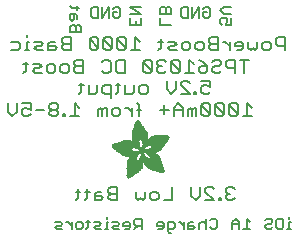
<source format=gbr>
G04 EAGLE Gerber RS-274X export*
G75*
%MOMM*%
%FSLAX34Y34*%
%LPD*%
%INSilkscreen Bottom*%
%IPPOS*%
%AMOC8*
5,1,8,0,0,1.08239X$1,22.5*%
G01*
%ADD10C,0.152400*%
%ADD11C,0.127000*%
%ADD12R,0.068600X0.007600*%
%ADD13R,0.114300X0.007600*%
%ADD14R,0.152400X0.007700*%
%ADD15R,0.182900X0.007600*%
%ADD16R,0.205700X0.007600*%
%ADD17R,0.228600X0.007600*%
%ADD18R,0.259100X0.007600*%
%ADD19R,0.274300X0.007700*%
%ADD20R,0.289500X0.007600*%
%ADD21R,0.304800X0.007600*%
%ADD22R,0.320100X0.007600*%
%ADD23R,0.342900X0.007600*%
%ADD24R,0.350500X0.007700*%
%ADD25R,0.365800X0.007600*%
%ADD26R,0.381000X0.007600*%
%ADD27R,0.388600X0.007600*%
%ADD28R,0.403800X0.007600*%
%ADD29R,0.419100X0.007700*%
%ADD30R,0.426700X0.007600*%
%ADD31R,0.441900X0.007600*%
%ADD32R,0.449600X0.007600*%
%ADD33R,0.464800X0.007600*%
%ADD34R,0.480000X0.007700*%
%ADD35R,0.487600X0.007600*%
%ADD36R,0.495300X0.007600*%
%ADD37R,0.510500X0.007600*%
%ADD38R,0.518100X0.007600*%
%ADD39R,0.525700X0.007700*%
%ADD40R,0.541000X0.007600*%
%ADD41R,0.548600X0.007600*%
%ADD42R,0.563800X0.007600*%
%ADD43R,0.571500X0.007600*%
%ADD44R,0.579100X0.007700*%
%ADD45R,0.594300X0.007600*%
%ADD46R,0.601900X0.007600*%
%ADD47R,0.609600X0.007600*%
%ADD48R,0.624800X0.007600*%
%ADD49R,0.632400X0.007700*%
%ADD50R,0.640000X0.007600*%
%ADD51R,0.655300X0.007600*%
%ADD52R,0.662900X0.007600*%
%ADD53R,0.678100X0.007600*%
%ADD54R,0.685800X0.007700*%
%ADD55R,0.693400X0.007600*%
%ADD56R,0.708600X0.007600*%
%ADD57R,0.716200X0.007600*%
%ADD58R,0.723900X0.007600*%
%ADD59R,0.739100X0.007700*%
%ADD60R,0.746700X0.007600*%
%ADD61R,0.754300X0.007600*%
%ADD62R,0.769600X0.007600*%
%ADD63R,0.777200X0.007600*%
%ADD64R,0.792400X0.007700*%
%ADD65R,0.800100X0.007600*%
%ADD66R,0.807700X0.007600*%
%ADD67R,0.822900X0.007600*%
%ADD68R,0.830500X0.007600*%
%ADD69R,0.838200X0.007700*%
%ADD70R,0.091500X0.007600*%
%ADD71R,0.853400X0.007600*%
%ADD72R,0.144700X0.007600*%
%ADD73R,0.861000X0.007600*%
%ADD74R,0.190500X0.007600*%
%ADD75R,0.876300X0.007600*%
%ADD76R,0.221000X0.007600*%
%ADD77R,0.883900X0.007600*%
%ADD78R,0.259000X0.007700*%
%ADD79R,0.891500X0.007700*%
%ADD80R,0.289600X0.007600*%
%ADD81R,0.906700X0.007600*%
%ADD82R,0.914400X0.007600*%
%ADD83R,0.350500X0.007600*%
%ADD84R,0.922000X0.007600*%
%ADD85R,0.937200X0.007600*%
%ADD86R,0.411400X0.007700*%
%ADD87R,0.944800X0.007700*%
%ADD88R,0.434300X0.007600*%
%ADD89R,0.952500X0.007600*%
%ADD90R,0.464900X0.007600*%
%ADD91R,0.967700X0.007600*%
%ADD92R,0.975300X0.007600*%
%ADD93R,0.518200X0.007600*%
%ADD94R,0.990600X0.007600*%
%ADD95R,0.548600X0.007700*%
%ADD96R,0.998200X0.007700*%
%ADD97R,1.005800X0.007600*%
%ADD98R,0.594400X0.007600*%
%ADD99R,1.021000X0.007600*%
%ADD100R,0.617200X0.007600*%
%ADD101R,1.028700X0.007600*%
%ADD102R,0.647700X0.007600*%
%ADD103R,1.036300X0.007600*%
%ADD104R,0.670500X0.007700*%
%ADD105R,1.051500X0.007700*%
%ADD106R,1.059100X0.007600*%
%ADD107R,0.716300X0.007600*%
%ADD108R,1.066800X0.007600*%
%ADD109R,0.739100X0.007600*%
%ADD110R,1.074400X0.007600*%
%ADD111R,0.762000X0.007600*%
%ADD112R,1.089600X0.007600*%
%ADD113R,0.784800X0.007700*%
%ADD114R,1.097200X0.007700*%
%ADD115R,1.104900X0.007600*%
%ADD116R,0.830600X0.007600*%
%ADD117R,1.112500X0.007600*%
%ADD118R,0.845800X0.007600*%
%ADD119R,1.120100X0.007600*%
%ADD120R,0.868700X0.007600*%
%ADD121R,1.127700X0.007600*%
%ADD122R,1.135300X0.007700*%
%ADD123R,1.143000X0.007600*%
%ADD124R,0.944900X0.007600*%
%ADD125R,1.150600X0.007600*%
%ADD126R,0.960100X0.007600*%
%ADD127R,1.158200X0.007600*%
%ADD128R,0.983000X0.007600*%
%ADD129R,1.165800X0.007600*%
%ADD130R,1.005900X0.007700*%
%ADD131R,1.173400X0.007700*%
%ADD132R,1.021100X0.007600*%
%ADD133R,1.181100X0.007600*%
%ADD134R,1.044000X0.007600*%
%ADD135R,1.188700X0.007600*%
%ADD136R,1.196300X0.007600*%
%ADD137R,1.082000X0.007600*%
%ADD138R,1.203900X0.007600*%
%ADD139R,1.104900X0.007700*%
%ADD140R,1.211500X0.007700*%
%ADD141R,1.211500X0.007600*%
%ADD142R,1.219200X0.007600*%
%ADD143R,1.226800X0.007600*%
%ADD144R,1.234400X0.007600*%
%ADD145R,1.188700X0.007700*%
%ADD146R,1.242000X0.007700*%
%ADD147R,1.242000X0.007600*%
%ADD148R,1.211600X0.007600*%
%ADD149R,1.249600X0.007600*%
%ADD150R,1.257300X0.007600*%
%ADD151R,1.264900X0.007600*%
%ADD152R,1.242100X0.007700*%
%ADD153R,1.264900X0.007700*%
%ADD154R,1.272500X0.007600*%
%ADD155R,1.265000X0.007600*%
%ADD156R,1.280100X0.007600*%
%ADD157R,1.272600X0.007600*%
%ADD158R,1.287700X0.007600*%
%ADD159R,1.287800X0.007600*%
%ADD160R,1.295400X0.007700*%
%ADD161R,1.303000X0.007600*%
%ADD162R,1.318200X0.007600*%
%ADD163R,1.310600X0.007600*%
%ADD164R,1.325900X0.007600*%
%ADD165R,1.341100X0.007700*%
%ADD166R,1.318200X0.007700*%
%ADD167R,1.341100X0.007600*%
%ADD168R,1.325800X0.007600*%
%ADD169R,1.348700X0.007600*%
%ADD170R,1.364000X0.007600*%
%ADD171R,1.333500X0.007600*%
%ADD172R,1.371600X0.007700*%
%ADD173R,1.379200X0.007600*%
%ADD174R,1.379300X0.007600*%
%ADD175R,1.386900X0.007600*%
%ADD176R,1.394500X0.007600*%
%ADD177R,1.356300X0.007600*%
%ADD178R,1.394400X0.007700*%
%ADD179R,1.356300X0.007700*%
%ADD180R,1.402000X0.007600*%
%ADD181R,1.409700X0.007600*%
%ADD182R,1.363900X0.007600*%
%ADD183R,1.417300X0.007600*%
%ADD184R,1.371600X0.007600*%
%ADD185R,1.424900X0.007700*%
%ADD186R,1.424900X0.007600*%
%ADD187R,1.432600X0.007600*%
%ADD188R,1.440200X0.007600*%
%ADD189R,1.386800X0.007600*%
%ADD190R,1.447800X0.007700*%
%ADD191R,1.386800X0.007700*%
%ADD192R,1.447800X0.007600*%
%ADD193R,1.455500X0.007600*%
%ADD194R,1.394400X0.007600*%
%ADD195R,1.463100X0.007600*%
%ADD196R,1.455400X0.007700*%
%ADD197R,1.463000X0.007600*%
%ADD198R,1.470600X0.007600*%
%ADD199R,1.470600X0.007700*%
%ADD200R,1.409700X0.007700*%
%ADD201R,1.470700X0.007600*%
%ADD202R,1.402100X0.007600*%
%ADD203R,1.478300X0.007600*%
%ADD204R,1.478300X0.007700*%
%ADD205R,1.402100X0.007700*%
%ADD206R,1.485900X0.007600*%
%ADD207R,1.485900X0.007700*%
%ADD208R,1.493500X0.007700*%
%ADD209R,1.493500X0.007600*%
%ADD210R,1.394500X0.007700*%
%ADD211R,1.493600X0.007700*%
%ADD212R,1.386900X0.007700*%
%ADD213R,1.379200X0.007700*%
%ADD214R,2.857500X0.007700*%
%ADD215R,2.857500X0.007600*%
%ADD216R,2.849900X0.007600*%
%ADD217R,2.842300X0.007600*%
%ADD218R,2.834700X0.007700*%
%ADD219R,2.827000X0.007600*%
%ADD220R,2.819400X0.007600*%
%ADD221R,2.811800X0.007600*%
%ADD222R,2.811800X0.007700*%
%ADD223R,2.804100X0.007600*%
%ADD224R,2.796500X0.007600*%
%ADD225R,1.966000X0.007600*%
%ADD226R,1.943100X0.007600*%
%ADD227R,0.754400X0.007600*%
%ADD228R,1.927900X0.007700*%
%ADD229R,0.746700X0.007700*%
%ADD230R,1.912600X0.007600*%
%ADD231R,0.731500X0.007600*%
%ADD232R,1.905000X0.007600*%
%ADD233R,1.882200X0.007600*%
%ADD234R,1.874600X0.007600*%
%ADD235R,1.866900X0.007700*%
%ADD236R,0.708700X0.007700*%
%ADD237R,1.851600X0.007600*%
%ADD238R,0.701100X0.007600*%
%ADD239R,1.844000X0.007600*%
%ADD240R,1.836400X0.007600*%
%ADD241R,1.821200X0.007600*%
%ADD242R,0.685800X0.007600*%
%ADD243R,1.813500X0.007700*%
%ADD244R,1.805900X0.007600*%
%ADD245R,0.678200X0.007600*%
%ADD246R,1.790700X0.007600*%
%ADD247R,0.670600X0.007600*%
%ADD248R,1.775500X0.007600*%
%ADD249R,1.767900X0.007700*%
%ADD250R,0.663000X0.007700*%
%ADD251R,1.760200X0.007600*%
%ADD252R,1.752600X0.007600*%
%ADD253R,0.937300X0.007600*%
%ADD254R,0.792500X0.007600*%
%ADD255R,0.899100X0.007600*%
%ADD256R,0.883900X0.007700*%
%ADD257R,0.716300X0.007700*%
%ADD258R,0.647700X0.007700*%
%ADD259R,0.640100X0.007600*%
%ADD260R,0.632500X0.007600*%
%ADD261R,0.655400X0.007600*%
%ADD262R,0.632400X0.007600*%
%ADD263R,0.845800X0.007700*%
%ADD264R,0.617200X0.007700*%
%ADD265R,0.624800X0.007700*%
%ADD266R,0.602000X0.007600*%
%ADD267R,0.838200X0.007600*%
%ADD268R,0.586700X0.007600*%
%ADD269R,0.548700X0.007600*%
%ADD270R,0.830500X0.007700*%
%ADD271R,0.541000X0.007700*%
%ADD272R,0.594300X0.007700*%
%ADD273R,0.525800X0.007600*%
%ADD274R,0.586800X0.007600*%
%ADD275R,0.815300X0.007600*%
%ADD276R,0.579200X0.007600*%
%ADD277R,0.815400X0.007600*%
%ADD278R,0.815400X0.007700*%
%ADD279R,0.571500X0.007700*%
%ADD280R,0.807800X0.007600*%
%ADD281R,0.563900X0.007600*%
%ADD282R,0.457200X0.007600*%
%ADD283R,0.442000X0.007600*%
%ADD284R,0.556300X0.007600*%
%ADD285R,0.807700X0.007700*%
%ADD286R,0.411500X0.007600*%
%ADD287R,0.533400X0.007600*%
%ADD288R,0.076200X0.007600*%
%ADD289R,0.403900X0.007600*%
%ADD290R,0.525700X0.007600*%
%ADD291R,0.388700X0.007600*%
%ADD292R,0.297200X0.007600*%
%ADD293R,0.373400X0.007700*%
%ADD294R,0.503000X0.007700*%
%ADD295R,0.426800X0.007700*%
%ADD296R,0.358100X0.007600*%
%ADD297R,0.502900X0.007600*%
%ADD298R,0.472400X0.007600*%
%ADD299R,0.487700X0.007600*%
%ADD300R,0.335300X0.007600*%
%ADD301R,0.792500X0.007700*%
%ADD302R,0.327600X0.007700*%
%ADD303R,0.472400X0.007700*%
%ADD304R,0.640000X0.007700*%
%ADD305R,0.784800X0.007600*%
%ADD306R,0.320000X0.007600*%
%ADD307R,0.792400X0.007600*%
%ADD308R,1.173400X0.007600*%
%ADD309R,1.196400X0.007600*%
%ADD310R,0.784900X0.007600*%
%ADD311R,0.784900X0.007700*%
%ADD312R,0.297200X0.007700*%
%ADD313R,1.249700X0.007600*%
%ADD314R,0.281900X0.007600*%
%ADD315R,1.295400X0.007600*%
%ADD316R,0.266700X0.007600*%
%ADD317R,0.777300X0.007700*%
%ADD318R,0.266700X0.007700*%
%ADD319R,1.333500X0.007700*%
%ADD320R,0.777300X0.007600*%
%ADD321R,1.348800X0.007600*%
%ADD322R,0.251500X0.007600*%
%ADD323R,0.243900X0.007700*%
%ADD324R,0.243900X0.007600*%
%ADD325R,1.440100X0.007600*%
%ADD326R,0.236200X0.007600*%
%ADD327R,0.762000X0.007700*%
%ADD328R,0.236200X0.007700*%
%ADD329R,1.508700X0.007700*%
%ADD330R,1.531600X0.007600*%
%ADD331R,1.546900X0.007600*%
%ADD332R,1.569700X0.007600*%
%ADD333R,1.585000X0.007600*%
%ADD334R,0.746800X0.007700*%
%ADD335R,1.607800X0.007700*%
%ADD336R,0.243800X0.007600*%
%ADD337R,1.630700X0.007600*%
%ADD338R,1.653500X0.007600*%
%ADD339R,0.739200X0.007600*%
%ADD340R,1.684000X0.007600*%
%ADD341R,2.019300X0.007600*%
%ADD342R,0.731500X0.007700*%
%ADD343R,2.026900X0.007700*%
%ADD344R,2.049800X0.007600*%
%ADD345R,2.057400X0.007600*%
%ADD346R,0.708700X0.007600*%
%ADD347R,2.072600X0.007600*%
%ADD348R,0.701000X0.007600*%
%ADD349R,2.095500X0.007600*%
%ADD350R,0.693500X0.007700*%
%ADD351R,2.110800X0.007700*%
%ADD352R,2.141200X0.007600*%
%ADD353R,0.060900X0.007600*%
%ADD354R,2.872700X0.007600*%
%ADD355R,3.124200X0.007600*%
%ADD356R,3.177600X0.007600*%
%ADD357R,3.215600X0.007700*%
%ADD358R,3.253700X0.007600*%
%ADD359R,3.284300X0.007600*%
%ADD360R,3.314700X0.007600*%
%ADD361R,3.352800X0.007600*%
%ADD362R,3.375600X0.007700*%
%ADD363R,3.406200X0.007600*%
%ADD364R,3.429000X0.007600*%
%ADD365R,3.451800X0.007600*%
%ADD366R,3.482400X0.007600*%
%ADD367R,1.828800X0.007700*%
%ADD368R,1.539300X0.007700*%
%ADD369R,1.767900X0.007600*%
%ADD370R,1.767800X0.007600*%
%ADD371R,1.760200X0.007700*%
%ADD372R,1.760300X0.007600*%
%ADD373R,1.775400X0.007700*%
%ADD374R,1.379300X0.007700*%
%ADD375R,1.783000X0.007600*%
%ADD376R,1.813500X0.007600*%
%ADD377R,1.821100X0.007700*%
%ADD378R,0.503000X0.007600*%
%ADD379R,1.135400X0.007600*%
%ADD380R,1.127700X0.007700*%
%ADD381R,0.487700X0.007700*%
%ADD382R,1.120200X0.007600*%
%ADD383R,1.097300X0.007600*%
%ADD384R,0.510600X0.007600*%
%ADD385R,1.074400X0.007700*%
%ADD386R,0.525800X0.007700*%
%ADD387R,1.440200X0.007700*%
%ADD388R,1.059200X0.007600*%
%ADD389R,1.051600X0.007600*%
%ADD390R,1.051500X0.007600*%
%ADD391R,1.043900X0.007700*%
%ADD392R,0.602000X0.007700*%
%ADD393R,1.524000X0.007600*%
%ADD394R,1.539300X0.007600*%
%ADD395R,1.592600X0.007600*%
%ADD396R,1.021100X0.007700*%
%ADD397R,1.615400X0.007700*%
%ADD398R,1.013400X0.007600*%
%ADD399R,1.653600X0.007600*%
%ADD400R,1.013500X0.007600*%
%ADD401R,1.699300X0.007600*%
%ADD402R,2.743200X0.007600*%
%ADD403R,1.005900X0.007600*%
%ADD404R,2.415500X0.007600*%
%ADD405R,1.005800X0.007700*%
%ADD406R,0.281900X0.007700*%
%ADD407R,2.408000X0.007700*%
%ADD408R,2.407900X0.007600*%
%ADD409R,0.998200X0.007600*%
%ADD410R,0.282000X0.007600*%
%ADD411R,0.998300X0.007600*%
%ADD412R,2.400300X0.007600*%
%ADD413R,0.289500X0.007700*%
%ADD414R,2.400300X0.007700*%
%ADD415R,0.297100X0.007600*%
%ADD416R,0.312400X0.007600*%
%ADD417R,2.392700X0.007600*%
%ADD418R,0.990600X0.007700*%
%ADD419R,0.327700X0.007700*%
%ADD420R,2.392700X0.007700*%
%ADD421R,2.385100X0.007600*%
%ADD422R,0.381000X0.007700*%
%ADD423R,2.377400X0.007700*%
%ADD424R,2.377400X0.007600*%
%ADD425R,2.369800X0.007600*%
%ADD426R,0.419100X0.007600*%
%ADD427R,2.362200X0.007600*%
%ADD428R,0.426800X0.007600*%
%ADD429R,1.036300X0.007700*%
%ADD430R,0.442000X0.007700*%
%ADD431R,2.354600X0.007700*%
%ADD432R,2.354600X0.007600*%
%ADD433R,0.480100X0.007600*%
%ADD434R,2.347000X0.007600*%
%ADD435R,1.074500X0.007600*%
%ADD436R,2.339400X0.007600*%
%ADD437R,1.082100X0.007700*%
%ADD438R,0.548700X0.007700*%
%ADD439R,2.331800X0.007700*%
%ADD440R,2.331800X0.007600*%
%ADD441R,0.624900X0.007600*%
%ADD442R,2.324100X0.007600*%
%ADD443R,1.859300X0.007600*%
%ADD444R,2.308800X0.007600*%
%ADD445R,2.301200X0.007700*%
%ADD446R,2.301200X0.007600*%
%ADD447R,2.293600X0.007600*%
%ADD448R,2.278400X0.007600*%
%ADD449R,1.889800X0.007600*%
%ADD450R,2.270700X0.007600*%
%ADD451R,1.897400X0.007700*%
%ADD452R,2.255500X0.007700*%
%ADD453R,1.897400X0.007600*%
%ADD454R,2.247900X0.007600*%
%ADD455R,2.232600X0.007600*%
%ADD456R,1.912700X0.007600*%
%ADD457R,2.209800X0.007600*%
%ADD458R,1.920300X0.007600*%
%ADD459R,2.186900X0.007600*%
%ADD460R,1.920300X0.007700*%
%ADD461R,2.171700X0.007700*%
%ADD462R,1.935500X0.007600*%
%ADD463R,2.148800X0.007600*%
%ADD464R,2.126000X0.007600*%
%ADD465R,1.950700X0.007600*%
%ADD466R,1.958400X0.007700*%
%ADD467R,2.042200X0.007700*%
%ADD468R,1.973600X0.007600*%
%ADD469R,1.996500X0.007600*%
%ADD470R,1.981200X0.007600*%
%ADD471R,1.988800X0.007600*%
%ADD472R,1.996400X0.007700*%
%ADD473R,1.996400X0.007600*%
%ADD474R,2.004100X0.007600*%
%ADD475R,1.874500X0.007600*%
%ADD476R,1.425000X0.007600*%
%ADD477R,2.026900X0.007600*%
%ADD478R,0.434400X0.007700*%
%ADD479R,1.364000X0.007700*%
%ADD480R,2.034500X0.007600*%
%ADD481R,0.434400X0.007600*%
%ADD482R,2.049700X0.007600*%
%ADD483R,2.065000X0.007700*%
%ADD484R,0.464800X0.007700*%
%ADD485R,1.196300X0.007700*%
%ADD486R,2.080300X0.007600*%
%ADD487R,1.158300X0.007600*%
%ADD488R,2.087900X0.007600*%
%ADD489R,0.472500X0.007600*%
%ADD490R,2.103100X0.007600*%
%ADD491R,2.118400X0.007600*%
%ADD492R,2.133600X0.007600*%
%ADD493R,2.148800X0.007700*%
%ADD494R,2.164000X0.007600*%
%ADD495R,2.171700X0.007600*%
%ADD496R,2.187000X0.007600*%
%ADD497R,0.556200X0.007600*%
%ADD498R,2.202200X0.007700*%
%ADD499R,0.556200X0.007700*%
%ADD500R,0.640100X0.007700*%
%ADD501R,0.579100X0.007600*%
%ADD502R,0.480000X0.007600*%
%ADD503R,1.752600X0.007700*%
%ADD504R,0.487600X0.007700*%
%ADD505R,0.594400X0.007700*%
%ADD506R,0.358100X0.007700*%
%ADD507R,0.099000X0.007600*%
%ADD508R,1.280200X0.007600*%
%ADD509R,1.745000X0.007600*%
%ADD510R,1.744900X0.007600*%
%ADD511R,1.737300X0.007700*%
%ADD512R,1.737400X0.007600*%
%ADD513R,1.729800X0.007600*%
%ADD514R,1.722200X0.007600*%
%ADD515R,1.722100X0.007600*%
%ADD516R,1.714500X0.007700*%
%ADD517R,1.356400X0.007700*%
%ADD518R,1.706900X0.007600*%
%ADD519R,1.356400X0.007600*%
%ADD520R,1.691700X0.007600*%
%ADD521R,1.668800X0.007700*%
%ADD522R,1.645900X0.007600*%
%ADD523R,1.623100X0.007600*%
%ADD524R,1.577400X0.007600*%
%ADD525R,1.554400X0.007600*%
%ADD526R,1.539200X0.007600*%
%ADD527R,1.524000X0.007700*%
%ADD528R,1.501100X0.007600*%
%ADD529R,1.455400X0.007600*%
%ADD530R,1.348800X0.007700*%
%ADD531R,1.318300X0.007600*%
%ADD532R,1.310600X0.007700*%
%ADD533R,1.287800X0.007700*%
%ADD534R,1.234500X0.007600*%
%ADD535R,1.226900X0.007600*%
%ADD536R,1.173500X0.007700*%
%ADD537R,1.173500X0.007600*%
%ADD538R,1.165900X0.007600*%
%ADD539R,1.143000X0.007700*%
%ADD540R,1.127800X0.007600*%
%ADD541R,1.097200X0.007600*%
%ADD542R,1.028700X0.007700*%
%ADD543R,0.982900X0.007600*%
%ADD544R,0.952500X0.007700*%
%ADD545R,0.929600X0.007600*%
%ADD546R,0.906800X0.007700*%
%ADD547R,0.906800X0.007600*%
%ADD548R,0.899200X0.007600*%
%ADD549R,0.884000X0.007600*%
%ADD550R,0.876300X0.007700*%
%ADD551R,0.830600X0.007700*%
%ADD552R,0.754400X0.007700*%
%ADD553R,0.746800X0.007600*%
%ADD554R,0.708600X0.007700*%
%ADD555R,0.678200X0.007700*%
%ADD556R,0.663000X0.007600*%
%ADD557R,0.632500X0.007700*%
%ADD558R,0.556300X0.007700*%
%ADD559R,0.518200X0.007700*%
%ADD560R,0.434300X0.007700*%
%ADD561R,0.396300X0.007700*%
%ADD562R,0.373300X0.007600*%
%ADD563R,0.365700X0.007600*%
%ADD564R,0.327700X0.007600*%
%ADD565R,0.304800X0.007700*%
%ADD566R,0.274300X0.007600*%
%ADD567R,0.243800X0.007700*%
%ADD568R,0.205800X0.007600*%
%ADD569R,0.152400X0.007600*%
%ADD570R,0.121900X0.007700*%


D10*
X211410Y144272D02*
X211410Y155458D01*
X215138Y155458D02*
X207681Y155458D01*
X203444Y155458D02*
X203444Y144272D01*
X203444Y155458D02*
X197851Y155458D01*
X195987Y153593D01*
X195987Y149865D01*
X197851Y148001D01*
X203444Y148001D01*
X186157Y155458D02*
X184293Y153593D01*
X186157Y155458D02*
X189886Y155458D01*
X191750Y153593D01*
X191750Y151729D01*
X189886Y149865D01*
X186157Y149865D01*
X184293Y148001D01*
X184293Y146136D01*
X186157Y144272D01*
X189886Y144272D01*
X191750Y146136D01*
X176328Y153593D02*
X172599Y155458D01*
X176328Y153593D02*
X180056Y149865D01*
X180056Y146136D01*
X178192Y144272D01*
X174463Y144272D01*
X172599Y146136D01*
X172599Y148001D01*
X174463Y149865D01*
X180056Y149865D01*
X168362Y151729D02*
X164634Y155458D01*
X164634Y144272D01*
X168362Y144272D02*
X160905Y144272D01*
X156668Y146136D02*
X156668Y153593D01*
X154804Y155458D01*
X151075Y155458D01*
X149211Y153593D01*
X149211Y146136D01*
X151075Y144272D01*
X154804Y144272D01*
X156668Y146136D01*
X149211Y153593D01*
X144974Y153593D02*
X143110Y155458D01*
X139381Y155458D01*
X137517Y153593D01*
X137517Y151729D01*
X139381Y149865D01*
X141246Y149865D01*
X139381Y149865D02*
X137517Y148001D01*
X137517Y146136D01*
X139381Y144272D01*
X143110Y144272D01*
X144974Y146136D01*
X133280Y146136D02*
X133280Y153593D01*
X131416Y155458D01*
X127687Y155458D01*
X125823Y153593D01*
X125823Y146136D01*
X127687Y144272D01*
X131416Y144272D01*
X133280Y146136D01*
X125823Y153593D01*
X109892Y155458D02*
X109892Y144272D01*
X104300Y144272D01*
X102435Y146136D01*
X102435Y153593D01*
X104300Y155458D01*
X109892Y155458D01*
X92606Y155458D02*
X90741Y153593D01*
X92606Y155458D02*
X96334Y155458D01*
X98198Y153593D01*
X98198Y146136D01*
X96334Y144272D01*
X92606Y144272D01*
X90741Y146136D01*
X74810Y144272D02*
X74810Y155458D01*
X69218Y155458D01*
X67353Y153593D01*
X67353Y151729D01*
X69218Y149865D01*
X67353Y148001D01*
X67353Y146136D01*
X69218Y144272D01*
X74810Y144272D01*
X74810Y149865D02*
X69218Y149865D01*
X61252Y144272D02*
X57524Y144272D01*
X55659Y146136D01*
X55659Y149865D01*
X57524Y151729D01*
X61252Y151729D01*
X63116Y149865D01*
X63116Y146136D01*
X61252Y144272D01*
X49558Y144272D02*
X45830Y144272D01*
X43965Y146136D01*
X43965Y149865D01*
X45830Y151729D01*
X49558Y151729D01*
X51422Y149865D01*
X51422Y146136D01*
X49558Y144272D01*
X39728Y144272D02*
X34136Y144272D01*
X32271Y146136D01*
X34136Y148001D01*
X37864Y148001D01*
X39728Y149865D01*
X37864Y151729D01*
X32271Y151729D01*
X26170Y153593D02*
X26170Y146136D01*
X24306Y144272D01*
X24306Y151729D02*
X28035Y151729D01*
X245618Y163322D02*
X245618Y174508D01*
X240025Y174508D01*
X238161Y172643D01*
X238161Y168915D01*
X240025Y167051D01*
X245618Y167051D01*
X232060Y163322D02*
X228331Y163322D01*
X226467Y165186D01*
X226467Y168915D01*
X228331Y170779D01*
X232060Y170779D01*
X233924Y168915D01*
X233924Y165186D01*
X232060Y163322D01*
X222230Y165186D02*
X222230Y170779D01*
X222230Y165186D02*
X220366Y163322D01*
X218502Y165186D01*
X216637Y163322D01*
X214773Y165186D01*
X214773Y170779D01*
X208672Y163322D02*
X204943Y163322D01*
X208672Y163322D02*
X210536Y165186D01*
X210536Y168915D01*
X208672Y170779D01*
X204943Y170779D01*
X203079Y168915D01*
X203079Y167051D01*
X210536Y167051D01*
X198842Y170779D02*
X198842Y163322D01*
X198842Y167051D02*
X195114Y170779D01*
X193249Y170779D01*
X189097Y174508D02*
X189097Y163322D01*
X189097Y174508D02*
X183504Y174508D01*
X181640Y172643D01*
X181640Y170779D01*
X183504Y168915D01*
X181640Y167051D01*
X181640Y165186D01*
X183504Y163322D01*
X189097Y163322D01*
X189097Y168915D02*
X183504Y168915D01*
X175539Y163322D02*
X171810Y163322D01*
X169946Y165186D01*
X169946Y168915D01*
X171810Y170779D01*
X175539Y170779D01*
X177403Y168915D01*
X177403Y165186D01*
X175539Y163322D01*
X163845Y163322D02*
X160116Y163322D01*
X158252Y165186D01*
X158252Y168915D01*
X160116Y170779D01*
X163845Y170779D01*
X165709Y168915D01*
X165709Y165186D01*
X163845Y163322D01*
X154015Y163322D02*
X148423Y163322D01*
X146558Y165186D01*
X148423Y167051D01*
X152151Y167051D01*
X154015Y168915D01*
X152151Y170779D01*
X146558Y170779D01*
X140457Y172643D02*
X140457Y165186D01*
X138593Y163322D01*
X138593Y170779D02*
X142321Y170779D01*
X122831Y170779D02*
X119103Y174508D01*
X119103Y163322D01*
X122831Y163322D02*
X115374Y163322D01*
X111137Y165186D02*
X111137Y172643D01*
X109273Y174508D01*
X105545Y174508D01*
X103680Y172643D01*
X103680Y165186D01*
X105545Y163322D01*
X109273Y163322D01*
X111137Y165186D01*
X103680Y172643D01*
X99443Y172643D02*
X99443Y165186D01*
X99443Y172643D02*
X97579Y174508D01*
X93851Y174508D01*
X91986Y172643D01*
X91986Y165186D01*
X93851Y163322D01*
X97579Y163322D01*
X99443Y165186D01*
X91986Y172643D01*
X87749Y172643D02*
X87749Y165186D01*
X87749Y172643D02*
X85885Y174508D01*
X82157Y174508D01*
X80292Y172643D01*
X80292Y165186D01*
X82157Y163322D01*
X85885Y163322D01*
X87749Y165186D01*
X80292Y172643D01*
X64362Y174508D02*
X64362Y163322D01*
X64362Y174508D02*
X58769Y174508D01*
X56904Y172643D01*
X56904Y170779D01*
X58769Y168915D01*
X56904Y167051D01*
X56904Y165186D01*
X58769Y163322D01*
X64362Y163322D01*
X64362Y168915D02*
X58769Y168915D01*
X50803Y170779D02*
X47075Y170779D01*
X45211Y168915D01*
X45211Y163322D01*
X50803Y163322D01*
X52668Y165186D01*
X50803Y167051D01*
X45211Y167051D01*
X40974Y163322D02*
X35381Y163322D01*
X33517Y165186D01*
X35381Y167051D01*
X39109Y167051D01*
X40974Y168915D01*
X39109Y170779D01*
X33517Y170779D01*
X29280Y170779D02*
X27415Y170779D01*
X27415Y163322D01*
X25551Y163322D02*
X29280Y163322D01*
X27415Y174508D02*
X27415Y176372D01*
X19619Y170779D02*
X14027Y170779D01*
X19619Y170779D02*
X21484Y168915D01*
X21484Y165186D01*
X19619Y163322D01*
X14027Y163322D01*
X213785Y118628D02*
X217514Y114899D01*
X213785Y118628D02*
X213785Y107442D01*
X210057Y107442D02*
X217514Y107442D01*
X205820Y109306D02*
X205820Y116763D01*
X203956Y118628D01*
X200227Y118628D01*
X198363Y116763D01*
X198363Y109306D01*
X200227Y107442D01*
X203956Y107442D01*
X205820Y109306D01*
X198363Y116763D01*
X194126Y116763D02*
X194126Y109306D01*
X194126Y116763D02*
X192262Y118628D01*
X188533Y118628D01*
X186669Y116763D01*
X186669Y109306D01*
X188533Y107442D01*
X192262Y107442D01*
X194126Y109306D01*
X186669Y116763D01*
X182432Y116763D02*
X182432Y109306D01*
X182432Y116763D02*
X180568Y118628D01*
X176839Y118628D01*
X174975Y116763D01*
X174975Y109306D01*
X176839Y107442D01*
X180568Y107442D01*
X182432Y109306D01*
X174975Y116763D01*
X170738Y114899D02*
X170738Y107442D01*
X170738Y114899D02*
X168874Y114899D01*
X167010Y113035D01*
X167010Y107442D01*
X167010Y113035D02*
X165145Y114899D01*
X163281Y113035D01*
X163281Y107442D01*
X159044Y107442D02*
X159044Y114899D01*
X155316Y118628D01*
X151587Y114899D01*
X151587Y107442D01*
X151587Y113035D02*
X159044Y113035D01*
X147350Y113035D02*
X139893Y113035D01*
X143622Y116763D02*
X143622Y109306D01*
X122098Y107442D02*
X122098Y116763D01*
X120234Y118628D01*
X120234Y113035D02*
X123962Y113035D01*
X116166Y114899D02*
X116166Y107442D01*
X116166Y111171D02*
X112438Y114899D01*
X110573Y114899D01*
X104557Y107442D02*
X100829Y107442D01*
X98964Y109306D01*
X98964Y113035D01*
X100829Y114899D01*
X104557Y114899D01*
X106421Y113035D01*
X106421Y109306D01*
X104557Y107442D01*
X94727Y107442D02*
X94727Y114899D01*
X92863Y114899D01*
X90999Y113035D01*
X90999Y107442D01*
X90999Y113035D02*
X89135Y114899D01*
X87270Y113035D01*
X87270Y107442D01*
X71339Y114899D02*
X67611Y118628D01*
X67611Y107442D01*
X71339Y107442D02*
X63882Y107442D01*
X59645Y107442D02*
X59645Y109306D01*
X57781Y109306D01*
X57781Y107442D01*
X59645Y107442D01*
X53798Y116763D02*
X51934Y118628D01*
X48206Y118628D01*
X46341Y116763D01*
X46341Y114899D01*
X48206Y113035D01*
X46341Y111171D01*
X46341Y109306D01*
X48206Y107442D01*
X51934Y107442D01*
X53798Y109306D01*
X53798Y111171D01*
X51934Y113035D01*
X53798Y114899D01*
X53798Y116763D01*
X51934Y113035D02*
X48206Y113035D01*
X42104Y113035D02*
X34647Y113035D01*
X30410Y118628D02*
X22953Y118628D01*
X30410Y118628D02*
X30410Y113035D01*
X26682Y114899D01*
X24818Y114899D01*
X22953Y113035D01*
X22953Y109306D01*
X24818Y107442D01*
X28546Y107442D01*
X30410Y109306D01*
X18717Y111171D02*
X18717Y118628D01*
X18717Y111171D02*
X14988Y107442D01*
X11259Y111171D01*
X11259Y118628D01*
D11*
X249090Y17997D02*
X250573Y17997D01*
X249090Y17997D02*
X249090Y12065D01*
X250573Y12065D02*
X247607Y12065D01*
X249090Y20963D02*
X249090Y22446D01*
X242853Y20963D02*
X239887Y20963D01*
X242853Y20963D02*
X244336Y19480D01*
X244336Y13548D01*
X242853Y12065D01*
X239887Y12065D01*
X238404Y13548D01*
X238404Y19480D01*
X239887Y20963D01*
X230532Y20963D02*
X229049Y19480D01*
X230532Y20963D02*
X233498Y20963D01*
X234981Y19480D01*
X234981Y17997D01*
X233498Y16514D01*
X230532Y16514D01*
X229049Y15031D01*
X229049Y13548D01*
X230532Y12065D01*
X233498Y12065D01*
X234981Y13548D01*
X216271Y17997D02*
X213305Y20963D01*
X213305Y12065D01*
X216271Y12065D02*
X210339Y12065D01*
X206915Y12065D02*
X206915Y17997D01*
X203950Y20963D01*
X200984Y17997D01*
X200984Y12065D01*
X200984Y16514D02*
X206915Y16514D01*
X183756Y20963D02*
X182273Y19480D01*
X183756Y20963D02*
X186722Y20963D01*
X188205Y19480D01*
X188205Y13548D01*
X186722Y12065D01*
X183756Y12065D01*
X182273Y13548D01*
X178850Y12065D02*
X178850Y20963D01*
X177367Y17997D02*
X178850Y16514D01*
X177367Y17997D02*
X174401Y17997D01*
X172918Y16514D01*
X172918Y12065D01*
X168012Y17997D02*
X165046Y17997D01*
X163563Y16514D01*
X163563Y12065D01*
X168012Y12065D01*
X169495Y13548D01*
X168012Y15031D01*
X163563Y15031D01*
X160139Y12065D02*
X160139Y17997D01*
X157174Y17997D02*
X160139Y15031D01*
X157174Y17997D02*
X155691Y17997D01*
X149378Y9099D02*
X147895Y9099D01*
X146412Y10582D01*
X146412Y17997D01*
X150861Y17997D01*
X152344Y16514D01*
X152344Y13548D01*
X150861Y12065D01*
X146412Y12065D01*
X141505Y12065D02*
X138540Y12065D01*
X141505Y12065D02*
X142988Y13548D01*
X142988Y16514D01*
X141505Y17997D01*
X138540Y17997D01*
X137057Y16514D01*
X137057Y15031D01*
X142988Y15031D01*
X124278Y12065D02*
X124278Y20963D01*
X119829Y20963D01*
X118346Y19480D01*
X118346Y16514D01*
X119829Y15031D01*
X124278Y15031D01*
X121312Y15031D02*
X118346Y12065D01*
X113440Y12065D02*
X110474Y12065D01*
X113440Y12065D02*
X114923Y13548D01*
X114923Y16514D01*
X113440Y17997D01*
X110474Y17997D01*
X108991Y16514D01*
X108991Y15031D01*
X114923Y15031D01*
X105568Y12065D02*
X101119Y12065D01*
X99636Y13548D01*
X101119Y15031D01*
X104085Y15031D01*
X105568Y16514D01*
X104085Y17997D01*
X99636Y17997D01*
X96212Y17997D02*
X94729Y17997D01*
X94729Y12065D01*
X93247Y12065D02*
X96212Y12065D01*
X94729Y20963D02*
X94729Y22446D01*
X89976Y12065D02*
X85527Y12065D01*
X84044Y13548D01*
X85527Y15031D01*
X88493Y15031D01*
X89976Y16514D01*
X88493Y17997D01*
X84044Y17997D01*
X79138Y19480D02*
X79138Y13548D01*
X77655Y12065D01*
X77655Y17997D02*
X80620Y17997D01*
X72901Y12065D02*
X69935Y12065D01*
X68452Y13548D01*
X68452Y16514D01*
X69935Y17997D01*
X72901Y17997D01*
X74384Y16514D01*
X74384Y13548D01*
X72901Y12065D01*
X65028Y12065D02*
X65028Y17997D01*
X62063Y17997D02*
X65028Y15031D01*
X62063Y17997D02*
X60580Y17997D01*
X57232Y12065D02*
X52784Y12065D01*
X51301Y13548D01*
X52784Y15031D01*
X55750Y15031D01*
X57232Y16514D01*
X55750Y17997D01*
X51301Y17997D01*
D10*
X175006Y137678D02*
X182463Y137678D01*
X182463Y132085D01*
X178735Y133949D01*
X176871Y133949D01*
X175006Y132085D01*
X175006Y128356D01*
X176871Y126492D01*
X180599Y126492D01*
X182463Y128356D01*
X170770Y128356D02*
X170770Y126492D01*
X170770Y128356D02*
X168905Y128356D01*
X168905Y126492D01*
X170770Y126492D01*
X164923Y126492D02*
X157466Y126492D01*
X164923Y126492D02*
X157466Y133949D01*
X157466Y135813D01*
X159330Y137678D01*
X163058Y137678D01*
X164923Y135813D01*
X153229Y137678D02*
X153229Y130221D01*
X149500Y126492D01*
X145772Y130221D01*
X145772Y137678D01*
X127976Y126492D02*
X124248Y126492D01*
X122384Y128356D01*
X122384Y132085D01*
X124248Y133949D01*
X127976Y133949D01*
X129841Y132085D01*
X129841Y128356D01*
X127976Y126492D01*
X118147Y128356D02*
X118147Y133949D01*
X118147Y128356D02*
X116282Y126492D01*
X110690Y126492D01*
X110690Y133949D01*
X104588Y135813D02*
X104588Y128356D01*
X102724Y126492D01*
X102724Y133949D02*
X106453Y133949D01*
X98657Y133949D02*
X98657Y122764D01*
X98657Y133949D02*
X93064Y133949D01*
X91200Y132085D01*
X91200Y128356D01*
X93064Y126492D01*
X98657Y126492D01*
X86963Y128356D02*
X86963Y133949D01*
X86963Y128356D02*
X85099Y126492D01*
X79506Y126492D01*
X79506Y133949D01*
X73405Y135813D02*
X73405Y128356D01*
X71540Y126492D01*
X71540Y133949D02*
X75269Y133949D01*
X201183Y47508D02*
X203047Y45643D01*
X201183Y47508D02*
X197455Y47508D01*
X195590Y45643D01*
X195590Y43779D01*
X197455Y41915D01*
X199319Y41915D01*
X197455Y41915D02*
X195590Y40051D01*
X195590Y38186D01*
X197455Y36322D01*
X201183Y36322D01*
X203047Y38186D01*
X191354Y38186D02*
X191354Y36322D01*
X191354Y38186D02*
X189489Y38186D01*
X189489Y36322D01*
X191354Y36322D01*
X185507Y36322D02*
X178050Y36322D01*
X185507Y36322D02*
X178050Y43779D01*
X178050Y45643D01*
X179914Y47508D01*
X183642Y47508D01*
X185507Y45643D01*
X173813Y47508D02*
X173813Y40051D01*
X170084Y36322D01*
X166356Y40051D01*
X166356Y47508D01*
X150425Y47508D02*
X150425Y36322D01*
X142968Y36322D01*
X136866Y36322D02*
X133138Y36322D01*
X131274Y38186D01*
X131274Y41915D01*
X133138Y43779D01*
X136866Y43779D01*
X138731Y41915D01*
X138731Y38186D01*
X136866Y36322D01*
X127037Y38186D02*
X127037Y43779D01*
X127037Y38186D02*
X125172Y36322D01*
X123308Y38186D01*
X121444Y36322D01*
X119580Y38186D01*
X119580Y43779D01*
X103649Y47508D02*
X103649Y36322D01*
X103649Y47508D02*
X98056Y47508D01*
X96192Y45643D01*
X96192Y43779D01*
X98056Y41915D01*
X96192Y40051D01*
X96192Y38186D01*
X98056Y36322D01*
X103649Y36322D01*
X103649Y41915D02*
X98056Y41915D01*
X90091Y43779D02*
X86362Y43779D01*
X84498Y41915D01*
X84498Y36322D01*
X90091Y36322D01*
X91955Y38186D01*
X90091Y40051D01*
X84498Y40051D01*
X78397Y38186D02*
X78397Y45643D01*
X78397Y38186D02*
X76532Y36322D01*
X76532Y43779D02*
X80261Y43779D01*
X70601Y45643D02*
X70601Y38186D01*
X68736Y36322D01*
X68736Y43779D02*
X72465Y43779D01*
D11*
X73033Y178888D02*
X64135Y178888D01*
X73033Y178888D02*
X73033Y183337D01*
X71550Y184820D01*
X70067Y184820D01*
X68584Y183337D01*
X67101Y184820D01*
X65618Y184820D01*
X64135Y183337D01*
X64135Y178888D01*
X68584Y178888D02*
X68584Y183337D01*
X70067Y189726D02*
X70067Y192692D01*
X68584Y194175D01*
X64135Y194175D01*
X64135Y189726D01*
X65618Y188243D01*
X67101Y189726D01*
X67101Y194175D01*
X65618Y199081D02*
X71550Y199081D01*
X65618Y199081D02*
X64135Y200564D01*
X70067Y200564D02*
X70067Y197598D01*
X100239Y198550D02*
X101722Y200033D01*
X104688Y200033D01*
X106171Y198550D01*
X106171Y192618D01*
X104688Y191135D01*
X101722Y191135D01*
X100239Y192618D01*
X100239Y195584D01*
X103205Y195584D01*
X96815Y191135D02*
X96815Y200033D01*
X90884Y191135D01*
X90884Y200033D01*
X87460Y200033D02*
X87460Y191135D01*
X83011Y191135D01*
X81528Y192618D01*
X81528Y198550D01*
X83011Y200033D01*
X87460Y200033D01*
X123833Y191056D02*
X123833Y185125D01*
X114935Y185125D01*
X114935Y191056D01*
X119384Y188090D02*
X119384Y185125D01*
X114935Y194480D02*
X123833Y194480D01*
X114935Y200412D01*
X123833Y200412D01*
X140335Y185125D02*
X149233Y185125D01*
X140335Y185125D02*
X140335Y191056D01*
X140335Y194480D02*
X149233Y194480D01*
X149233Y198929D01*
X147750Y200412D01*
X146267Y200412D01*
X144784Y198929D01*
X143301Y200412D01*
X141818Y200412D01*
X140335Y198929D01*
X140335Y194480D01*
X144784Y194480D02*
X144784Y198929D01*
X176439Y198550D02*
X177922Y200033D01*
X180888Y200033D01*
X182371Y198550D01*
X182371Y192618D01*
X180888Y191135D01*
X177922Y191135D01*
X176439Y192618D01*
X176439Y195584D01*
X179405Y195584D01*
X173015Y191135D02*
X173015Y200033D01*
X167084Y191135D01*
X167084Y200033D01*
X163660Y200033D02*
X163660Y191135D01*
X159211Y191135D01*
X157728Y192618D01*
X157728Y198550D01*
X159211Y200033D01*
X163660Y200033D01*
X200033Y191056D02*
X200033Y185125D01*
X195584Y185125D01*
X197067Y188090D01*
X197067Y189573D01*
X195584Y191056D01*
X192618Y191056D01*
X191135Y189573D01*
X191135Y186608D01*
X192618Y185125D01*
X194101Y194480D02*
X200033Y194480D01*
X194101Y194480D02*
X191135Y197446D01*
X194101Y200412D01*
X200033Y200412D01*
D12*
X113772Y54820D03*
D13*
X113773Y54896D03*
D14*
X113810Y54973D03*
D15*
X113811Y55049D03*
D16*
X113773Y55125D03*
D17*
X113810Y55201D03*
D18*
X113811Y55277D03*
D19*
X113811Y55354D03*
D20*
X113811Y55430D03*
D21*
X113887Y55506D03*
D22*
X113887Y55582D03*
D23*
X113925Y55658D03*
D24*
X113963Y55735D03*
D25*
X113963Y55811D03*
D26*
X114039Y55887D03*
D27*
X114077Y55963D03*
D28*
X114077Y56039D03*
D29*
X114154Y56116D03*
D30*
X114192Y56192D03*
D31*
X114268Y56268D03*
D32*
X114306Y56344D03*
D33*
X114306Y56420D03*
D34*
X114382Y56497D03*
D35*
X114420Y56573D03*
D36*
X114459Y56649D03*
D37*
X114535Y56725D03*
D38*
X114573Y56801D03*
D39*
X114611Y56878D03*
D40*
X114687Y56954D03*
D41*
X114725Y57030D03*
D42*
X114801Y57106D03*
D43*
X114840Y57182D03*
D44*
X114878Y57259D03*
D45*
X114954Y57335D03*
D46*
X114992Y57411D03*
D47*
X115030Y57487D03*
D48*
X115106Y57563D03*
D49*
X115144Y57640D03*
D50*
X115182Y57716D03*
D51*
X115259Y57792D03*
D52*
X115297Y57868D03*
D53*
X115373Y57944D03*
D54*
X115411Y58021D03*
D55*
X115449Y58097D03*
D56*
X115525Y58173D03*
D57*
X115563Y58249D03*
D58*
X115602Y58325D03*
D59*
X115678Y58402D03*
D60*
X115716Y58478D03*
D61*
X115754Y58554D03*
D62*
X115830Y58630D03*
D63*
X115868Y58706D03*
D64*
X115944Y58783D03*
D65*
X115983Y58859D03*
D66*
X116021Y58935D03*
D67*
X116097Y59011D03*
D68*
X116135Y59087D03*
D69*
X116173Y59164D03*
D70*
X141700Y59240D03*
D71*
X116249Y59240D03*
D72*
X141662Y59316D03*
D73*
X116287Y59316D03*
D74*
X141586Y59392D03*
D75*
X116364Y59392D03*
D76*
X141509Y59468D03*
D77*
X116402Y59468D03*
D78*
X141471Y59545D03*
D79*
X116440Y59545D03*
D80*
X141395Y59621D03*
D81*
X116516Y59621D03*
D22*
X141319Y59697D03*
D82*
X116554Y59697D03*
D83*
X141243Y59773D03*
D84*
X116592Y59773D03*
D26*
X141166Y59849D03*
D85*
X116668Y59849D03*
D86*
X141090Y59926D03*
D87*
X116706Y59926D03*
D88*
X140976Y60002D03*
D89*
X116745Y60002D03*
D90*
X140900Y60078D03*
D91*
X116821Y60078D03*
D36*
X140824Y60154D03*
D92*
X116859Y60154D03*
D93*
X140709Y60230D03*
D94*
X116935Y60230D03*
D95*
X140633Y60307D03*
D96*
X116973Y60307D03*
D43*
X140519Y60383D03*
D97*
X117011Y60383D03*
D98*
X140404Y60459D03*
D99*
X117087Y60459D03*
D100*
X140290Y60535D03*
D101*
X117126Y60535D03*
D102*
X140214Y60611D03*
D103*
X117164Y60611D03*
D104*
X140100Y60688D03*
D105*
X117240Y60688D03*
D55*
X139985Y60764D03*
D106*
X117278Y60764D03*
D107*
X139871Y60840D03*
D108*
X117316Y60840D03*
D109*
X139757Y60916D03*
D110*
X117354Y60916D03*
D111*
X139642Y60992D03*
D112*
X117430Y60992D03*
D113*
X139528Y61069D03*
D114*
X117468Y61069D03*
D66*
X139414Y61145D03*
D115*
X117507Y61145D03*
D116*
X139299Y61221D03*
D117*
X117545Y61221D03*
D118*
X139147Y61297D03*
D119*
X117583Y61297D03*
D120*
X139033Y61373D03*
D121*
X117621Y61373D03*
D79*
X138919Y61450D03*
D122*
X117659Y61450D03*
D84*
X138766Y61526D03*
D123*
X117697Y61526D03*
D124*
X138652Y61602D03*
D125*
X117735Y61602D03*
D126*
X138500Y61678D03*
D127*
X117773Y61678D03*
D128*
X138385Y61754D03*
D129*
X117811Y61754D03*
D130*
X138271Y61831D03*
D131*
X117849Y61831D03*
D132*
X138119Y61907D03*
D133*
X117888Y61907D03*
D134*
X138004Y61983D03*
D135*
X117926Y61983D03*
D108*
X137890Y62059D03*
D136*
X117964Y62059D03*
D137*
X137737Y62135D03*
D138*
X118002Y62135D03*
D139*
X137623Y62212D03*
D140*
X118040Y62212D03*
D119*
X137547Y62288D03*
D141*
X118040Y62288D03*
D123*
X137432Y62364D03*
D142*
X118078Y62364D03*
D125*
X137318Y62440D03*
D143*
X118116Y62440D03*
D129*
X137242Y62516D03*
D144*
X118154Y62516D03*
D145*
X137128Y62593D03*
D146*
X118192Y62593D03*
D136*
X137014Y62669D03*
D147*
X118192Y62669D03*
D148*
X136937Y62745D03*
D149*
X118230Y62745D03*
D143*
X136861Y62821D03*
D150*
X118269Y62821D03*
D143*
X136785Y62897D03*
D151*
X118307Y62897D03*
D152*
X136709Y62974D03*
D153*
X118307Y62974D03*
D150*
X136633Y63050D03*
D154*
X118345Y63050D03*
D155*
X136518Y63126D03*
D156*
X118383Y63126D03*
D157*
X136480Y63202D03*
D158*
X118421Y63202D03*
D159*
X136404Y63278D03*
D158*
X118421Y63278D03*
D160*
X136289Y63355D03*
X118459Y63355D03*
D161*
X136251Y63431D03*
X118497Y63431D03*
D162*
X136175Y63507D03*
D161*
X118497Y63507D03*
D162*
X136099Y63583D03*
D163*
X118535Y63583D03*
D164*
X136061Y63659D03*
D163*
X118535Y63659D03*
D165*
X135985Y63736D03*
D166*
X118573Y63736D03*
D167*
X135909Y63812D03*
D168*
X118611Y63812D03*
D169*
X135871Y63888D03*
D168*
X118611Y63888D03*
D170*
X135794Y63964D03*
D171*
X118650Y63964D03*
D170*
X135718Y64040D03*
D171*
X118650Y64040D03*
D172*
X135680Y64117D03*
D165*
X118688Y64117D03*
D173*
X135642Y64193D03*
D167*
X118688Y64193D03*
D174*
X135566Y64269D03*
D169*
X118726Y64269D03*
D175*
X135528Y64345D03*
D169*
X118726Y64345D03*
D176*
X135490Y64421D03*
D177*
X118764Y64421D03*
D178*
X135413Y64498D03*
D179*
X118764Y64498D03*
D180*
X135375Y64574D03*
D177*
X118764Y64574D03*
D181*
X135337Y64650D03*
D182*
X118802Y64650D03*
D181*
X135261Y64726D03*
D182*
X118802Y64726D03*
D183*
X135223Y64802D03*
D184*
X118840Y64802D03*
D185*
X135185Y64879D03*
D172*
X118840Y64879D03*
D186*
X135109Y64955D03*
D184*
X118840Y64955D03*
D187*
X135070Y65031D03*
D173*
X118878Y65031D03*
D188*
X135032Y65107D03*
D173*
X118878Y65107D03*
D188*
X134956Y65183D03*
D189*
X118916Y65183D03*
D190*
X134918Y65260D03*
D191*
X118916Y65260D03*
D192*
X134918Y65336D03*
D189*
X118916Y65336D03*
D192*
X134842Y65412D03*
D189*
X118916Y65412D03*
D193*
X134804Y65488D03*
D194*
X118954Y65488D03*
D195*
X134766Y65564D03*
D194*
X118954Y65564D03*
D196*
X134727Y65641D03*
D178*
X118954Y65641D03*
D197*
X134689Y65717D03*
D180*
X118992Y65717D03*
D198*
X134651Y65793D03*
D180*
X118992Y65793D03*
D197*
X134613Y65869D03*
D180*
X118992Y65869D03*
D198*
X134575Y65945D03*
D180*
X118992Y65945D03*
D199*
X134575Y66022D03*
D200*
X119031Y66022D03*
D201*
X134499Y66098D03*
D202*
X119069Y66098D03*
D203*
X134461Y66174D03*
D202*
X119069Y66174D03*
D203*
X134461Y66250D03*
D202*
X119069Y66250D03*
D203*
X134385Y66326D03*
D202*
X119069Y66326D03*
D204*
X134385Y66403D03*
D205*
X119069Y66403D03*
D206*
X134347Y66479D03*
D181*
X119107Y66479D03*
D203*
X134309Y66555D03*
D181*
X119107Y66555D03*
D206*
X134271Y66631D03*
D181*
X119107Y66631D03*
D206*
X134271Y66707D03*
D181*
X119107Y66707D03*
D207*
X134194Y66784D03*
D200*
X119107Y66784D03*
D206*
X134194Y66860D03*
D181*
X119107Y66860D03*
D206*
X134194Y66936D03*
D181*
X119107Y66936D03*
D206*
X134118Y67012D03*
D202*
X119145Y67012D03*
D206*
X134118Y67088D03*
D202*
X119145Y67088D03*
D208*
X134080Y67165D03*
D205*
X119145Y67165D03*
D206*
X134042Y67241D03*
D202*
X119145Y67241D03*
D206*
X134042Y67317D03*
D202*
X119145Y67317D03*
D209*
X134004Y67393D03*
D202*
X119145Y67393D03*
D206*
X133966Y67469D03*
D202*
X119145Y67469D03*
D207*
X133966Y67546D03*
D210*
X119183Y67546D03*
D209*
X133928Y67622D03*
D176*
X119183Y67622D03*
D206*
X133890Y67698D03*
D176*
X119183Y67698D03*
D206*
X133890Y67774D03*
D176*
X119183Y67774D03*
D206*
X133890Y67850D03*
D176*
X119183Y67850D03*
D211*
X133851Y67927D03*
D212*
X119221Y67927D03*
D206*
X133813Y68003D03*
D175*
X119221Y68003D03*
D206*
X133813Y68079D03*
D175*
X119221Y68079D03*
D209*
X133775Y68155D03*
D175*
X119221Y68155D03*
D206*
X133737Y68231D03*
D173*
X119259Y68231D03*
D207*
X133737Y68308D03*
D213*
X119259Y68308D03*
D209*
X133699Y68384D03*
D173*
X119259Y68384D03*
D206*
X133661Y68460D03*
D173*
X119259Y68460D03*
D206*
X133661Y68536D03*
D184*
X119297Y68536D03*
D206*
X133661Y68612D03*
D184*
X119297Y68612D03*
D214*
X126727Y68689D03*
D215*
X126727Y68765D03*
D216*
X126765Y68841D03*
D217*
X126727Y68917D03*
X126727Y68993D03*
D218*
X126765Y69070D03*
D219*
X126726Y69146D03*
X126726Y69222D03*
D220*
X126764Y69298D03*
D221*
X126726Y69374D03*
D222*
X126726Y69451D03*
D223*
X126765Y69527D03*
D224*
X126727Y69603D03*
D225*
X130879Y69679D03*
D62*
X116668Y69679D03*
D226*
X130994Y69755D03*
D227*
X116592Y69755D03*
D228*
X130994Y69832D03*
D229*
X116554Y69832D03*
D230*
X131070Y69908D03*
D231*
X116554Y69908D03*
D232*
X131108Y69984D03*
D231*
X116554Y69984D03*
D233*
X131146Y70060D03*
D107*
X116554Y70060D03*
D234*
X131184Y70136D03*
D107*
X116554Y70136D03*
D235*
X131223Y70213D03*
D236*
X116592Y70213D03*
D237*
X131222Y70289D03*
D238*
X116554Y70289D03*
D239*
X131260Y70365D03*
D55*
X116592Y70365D03*
D240*
X131298Y70441D03*
D55*
X116592Y70441D03*
D241*
X131298Y70517D03*
D242*
X116630Y70517D03*
D243*
X131337Y70594D03*
D54*
X116630Y70594D03*
D244*
X131375Y70670D03*
D245*
X116668Y70670D03*
D246*
X131375Y70746D03*
D245*
X116668Y70746D03*
D246*
X131375Y70822D03*
D247*
X116706Y70822D03*
D248*
X131375Y70898D03*
D247*
X116706Y70898D03*
D249*
X131413Y70975D03*
D250*
X116744Y70975D03*
D251*
X131451Y71051D03*
D51*
X116783Y71051D03*
D252*
X131413Y71127D03*
D51*
X116783Y71127D03*
D253*
X135490Y71203D03*
D254*
X126689Y71203D03*
D102*
X116821Y71203D03*
D255*
X135604Y71279D03*
D109*
X126498Y71279D03*
D102*
X116897Y71279D03*
D256*
X135680Y71356D03*
D257*
X126384Y71356D03*
D258*
X116897Y71356D03*
D120*
X135680Y71432D03*
D55*
X126345Y71432D03*
D259*
X116935Y71432D03*
D120*
X135680Y71508D03*
D247*
X126307Y71508D03*
D260*
X116973Y71508D03*
D71*
X135680Y71584D03*
D261*
X126231Y71584D03*
D48*
X117011Y71584D03*
D71*
X135680Y71660D03*
D262*
X126193Y71660D03*
D48*
X117011Y71660D03*
D263*
X135642Y71737D03*
D264*
X126117Y71737D03*
D265*
X117087Y71737D03*
D118*
X135642Y71813D03*
D266*
X126117Y71813D03*
D100*
X117125Y71813D03*
D267*
X135604Y71889D03*
D268*
X126041Y71889D03*
D47*
X117163Y71889D03*
D267*
X135604Y71965D03*
D43*
X126041Y71965D03*
D266*
X117201Y71965D03*
D68*
X135566Y72041D03*
D269*
X126003Y72041D03*
D46*
X117278Y72041D03*
D270*
X135566Y72118D03*
D271*
X125964Y72118D03*
D272*
X117316Y72118D03*
D67*
X135528Y72194D03*
D273*
X125964Y72194D03*
D268*
X117354Y72194D03*
D67*
X135528Y72270D03*
D93*
X125926Y72270D03*
D274*
X117430Y72270D03*
D275*
X135490Y72346D03*
D36*
X125889Y72346D03*
D276*
X117468Y72346D03*
D277*
X135413Y72422D03*
D35*
X125850Y72422D03*
D43*
X117507Y72422D03*
D278*
X135413Y72499D03*
D34*
X125812Y72499D03*
D279*
X117583Y72499D03*
D280*
X135375Y72575D03*
D33*
X125812Y72575D03*
D281*
X117621Y72575D03*
D277*
X135337Y72651D03*
D282*
X125774Y72651D03*
D281*
X117697Y72651D03*
D66*
X135299Y72727D03*
D283*
X125774Y72727D03*
D284*
X117735Y72727D03*
D65*
X135261Y72803D03*
D88*
X125736Y72803D03*
D40*
X117811Y72803D03*
D285*
X135223Y72880D03*
D29*
X125736Y72880D03*
D271*
X117887Y72880D03*
D65*
X135185Y72956D03*
D286*
X125698Y72956D03*
D287*
X117925Y72956D03*
D288*
X112972Y72956D03*
D65*
X135109Y73032D03*
D289*
X125660Y73032D03*
D290*
X118040Y73032D03*
D76*
X112934Y73032D03*
D65*
X135109Y73108D03*
D291*
X125660Y73108D03*
D38*
X118078Y73108D03*
D292*
X112934Y73108D03*
D65*
X135033Y73184D03*
D26*
X125621Y73184D03*
D93*
X118154Y73184D03*
D25*
X112896Y73184D03*
D64*
X134994Y73261D03*
D293*
X125583Y73261D03*
D294*
X118230Y73261D03*
D295*
X112896Y73261D03*
D254*
X134918Y73337D03*
D296*
X125584Y73337D03*
D297*
X118307Y73337D03*
D298*
X112896Y73337D03*
D65*
X134880Y73413D03*
D296*
X125584Y73413D03*
D299*
X118383Y73413D03*
D93*
X112896Y73413D03*
D254*
X134842Y73489D03*
D83*
X125546Y73489D03*
D299*
X118459Y73489D03*
D42*
X112896Y73489D03*
D254*
X134766Y73565D03*
D300*
X125546Y73565D03*
D298*
X118535Y73565D03*
D266*
X112858Y73565D03*
D301*
X134690Y73642D03*
D302*
X125507Y73642D03*
D303*
X118611Y73642D03*
D304*
X112896Y73642D03*
D305*
X134651Y73718D03*
D306*
X125469Y73718D03*
D282*
X118687Y73718D03*
D242*
X112896Y73718D03*
D307*
X134613Y73794D03*
D306*
X125469Y73794D03*
D308*
X115182Y73794D03*
D254*
X134537Y73870D03*
D21*
X125469Y73870D03*
D309*
X115144Y73870D03*
D310*
X134499Y73946D03*
D292*
X125431Y73946D03*
D148*
X115068Y73946D03*
D311*
X134423Y74023D03*
D312*
X125431Y74023D03*
D152*
X114992Y74023D03*
D310*
X134347Y74099D03*
D80*
X125393Y74099D03*
D313*
X114954Y74099D03*
D305*
X134270Y74175D03*
D314*
X125355Y74175D03*
D154*
X114916Y74175D03*
D305*
X134194Y74251D03*
D314*
X125355Y74251D03*
D315*
X114877Y74251D03*
D63*
X134156Y74327D03*
D316*
X125355Y74327D03*
D163*
X114801Y74327D03*
D317*
X134080Y74404D03*
D318*
X125355Y74404D03*
D319*
X114763Y74404D03*
D320*
X134004Y74480D03*
D18*
X125317Y74480D03*
D321*
X114763Y74480D03*
D63*
X133927Y74556D03*
D18*
X125317Y74556D03*
D184*
X114725Y74556D03*
D63*
X133851Y74632D03*
D322*
X125279Y74632D03*
D175*
X114649Y74632D03*
D63*
X133775Y74708D03*
D322*
X125279Y74708D03*
D202*
X114649Y74708D03*
D317*
X133699Y74785D03*
D323*
X125241Y74785D03*
D185*
X114611Y74785D03*
D62*
X133584Y74861D03*
D324*
X125241Y74861D03*
D325*
X114611Y74861D03*
D62*
X133508Y74937D03*
D326*
X125202Y74937D03*
D193*
X114611Y74937D03*
D62*
X133432Y75013D03*
D326*
X125202Y75013D03*
D203*
X114573Y75013D03*
D62*
X133356Y75089D03*
D17*
X125164Y75089D03*
D209*
X114573Y75089D03*
D327*
X133241Y75166D03*
D328*
X125126Y75166D03*
D329*
X114573Y75166D03*
D111*
X133165Y75242D03*
D326*
X125126Y75242D03*
D330*
X114534Y75242D03*
D111*
X133013Y75318D03*
D326*
X125126Y75318D03*
D331*
X114535Y75318D03*
D111*
X132937Y75394D03*
D17*
X125088Y75394D03*
D332*
X114497Y75394D03*
D227*
X132822Y75470D03*
D326*
X125050Y75470D03*
D333*
X114496Y75470D03*
D334*
X132708Y75547D03*
D328*
X125050Y75547D03*
D335*
X114534Y75547D03*
D60*
X132556Y75623D03*
D336*
X125012Y75623D03*
D337*
X114497Y75623D03*
D60*
X132480Y75699D03*
D322*
X124974Y75699D03*
D338*
X114535Y75699D03*
D339*
X132289Y75775D03*
D316*
X124898Y75775D03*
D340*
X114534Y75775D03*
D231*
X132175Y75851D03*
D341*
X116135Y75851D03*
D342*
X132023Y75928D03*
D343*
X116097Y75928D03*
D58*
X131832Y76004D03*
D344*
X116058Y76004D03*
D107*
X131642Y76080D03*
D345*
X116020Y76080D03*
D346*
X131451Y76156D03*
D347*
X116020Y76156D03*
D348*
X131260Y76232D03*
D349*
X115983Y76232D03*
D350*
X130994Y76309D03*
D351*
X115982Y76309D03*
D55*
X130765Y76385D03*
D352*
X115982Y76385D03*
D353*
X135223Y76461D03*
D354*
X119564Y76461D03*
D355*
X120745Y76537D03*
D356*
X120859Y76613D03*
D357*
X120973Y76690D03*
D358*
X121012Y76766D03*
D359*
X121088Y76842D03*
D360*
X121164Y76918D03*
D361*
X121202Y76994D03*
D362*
X121240Y77071D03*
D363*
X121240Y77147D03*
D364*
X121278Y77223D03*
D365*
X121316Y77299D03*
D366*
X121316Y77375D03*
D367*
X129736Y77452D03*
D368*
X111525Y77452D03*
D246*
X130080Y77528D03*
D206*
X111182Y77528D03*
D369*
X130270Y77604D03*
D197*
X110915Y77604D03*
D370*
X130422Y77680D03*
D188*
X110724Y77680D03*
D369*
X130575Y77756D03*
D186*
X110496Y77756D03*
D371*
X130689Y77833D03*
D200*
X110344Y77833D03*
D251*
X130841Y77909D03*
D194*
X110191Y77909D03*
D251*
X130917Y77985D03*
D176*
X110039Y77985D03*
D372*
X130994Y78061D03*
D189*
X109924Y78061D03*
D248*
X131070Y78137D03*
D173*
X109734Y78137D03*
D373*
X131146Y78214D03*
D374*
X109658Y78214D03*
D375*
X131184Y78290D03*
D184*
X109543Y78290D03*
D246*
X131223Y78366D03*
D184*
X109391Y78366D03*
D244*
X131299Y78442D03*
D184*
X109315Y78442D03*
D376*
X131337Y78518D03*
D170*
X109200Y78518D03*
D377*
X131375Y78595D03*
D172*
X109086Y78595D03*
D142*
X134461Y78671D03*
D290*
X124898Y78671D03*
D184*
X109010Y78671D03*
D133*
X134728Y78747D03*
D378*
X124707Y78747D03*
D174*
X108896Y78747D03*
D127*
X134918Y78823D03*
D299*
X124631Y78823D03*
D173*
X108819Y78823D03*
D379*
X135108Y78899D03*
D299*
X124555Y78899D03*
D189*
X108781Y78899D03*
D380*
X135223Y78976D03*
D381*
X124479Y78976D03*
D178*
X108667Y78976D03*
D382*
X135413Y79052D03*
D36*
X124441Y79052D03*
D176*
X108591Y79052D03*
D117*
X135528Y79128D03*
D36*
X124365Y79128D03*
D181*
X108515Y79128D03*
D383*
X135680Y79204D03*
D378*
X124326Y79204D03*
D183*
X108477Y79204D03*
D137*
X135756Y79280D03*
D384*
X124288Y79280D03*
D186*
X108439Y79280D03*
D385*
X135870Y79357D03*
D386*
X124212Y79357D03*
D387*
X108362Y79357D03*
D108*
X135985Y79433D03*
D287*
X124174Y79433D03*
D192*
X108324Y79433D03*
D388*
X136099Y79509D03*
D269*
X124098Y79509D03*
D197*
X108248Y79509D03*
D389*
X136213Y79585D03*
D281*
X124022Y79585D03*
D201*
X108210Y79585D03*
D390*
X136290Y79661D03*
D276*
X123945Y79661D03*
D206*
X108210Y79661D03*
D391*
X136404Y79738D03*
D392*
X123907Y79738D03*
D329*
X108172Y79738D03*
D134*
X136480Y79814D03*
D100*
X123831Y79814D03*
D393*
X108172Y79814D03*
D103*
X136595Y79890D03*
D102*
X123755Y79890D03*
D394*
X108172Y79890D03*
D103*
X136671Y79966D03*
D247*
X123640Y79966D03*
D332*
X108172Y79966D03*
D132*
X136747Y80042D03*
D348*
X123564Y80042D03*
D395*
X108210Y80042D03*
D396*
X136823Y80119D03*
D59*
X123450Y80119D03*
D397*
X108248Y80119D03*
D398*
X136937Y80195D03*
D63*
X123259Y80195D03*
D399*
X108286Y80195D03*
D400*
X137014Y80271D03*
D116*
X123069Y80271D03*
D401*
X108439Y80271D03*
D400*
X137090Y80347D03*
D402*
X113582Y80347D03*
D403*
X137128Y80423D03*
D80*
X125926Y80423D03*
D404*
X111868Y80423D03*
D405*
X137204Y80500D03*
D406*
X126041Y80500D03*
D407*
X111753Y80500D03*
D97*
X137280Y80576D03*
D314*
X126117Y80576D03*
D408*
X111677Y80576D03*
D409*
X137318Y80652D03*
D410*
X126193Y80652D03*
D408*
X111601Y80652D03*
D409*
X137394Y80728D03*
D80*
X126231Y80728D03*
D408*
X111525Y80728D03*
D411*
X137471Y80804D03*
D80*
X126307Y80804D03*
D412*
X111487Y80804D03*
D96*
X137547Y80881D03*
D413*
X126384Y80881D03*
D414*
X111411Y80881D03*
D94*
X137585Y80957D03*
D415*
X126422Y80957D03*
D412*
X111334Y80957D03*
D94*
X137661Y81033D03*
D21*
X126536Y81033D03*
D412*
X111334Y81033D03*
D409*
X137699Y81109D03*
D416*
X126574Y81109D03*
D417*
X111296Y81109D03*
D409*
X137775Y81185D03*
D306*
X126612Y81185D03*
D417*
X111220Y81185D03*
D418*
X137813Y81262D03*
D419*
X126727Y81262D03*
D420*
X111220Y81262D03*
D411*
X137852Y81338D03*
D300*
X126765Y81338D03*
D421*
X111182Y81338D03*
D409*
X137928Y81414D03*
D83*
X126841Y81414D03*
D421*
X111182Y81414D03*
D97*
X137966Y81490D03*
D296*
X126879Y81490D03*
D421*
X111106Y81490D03*
D409*
X138004Y81566D03*
D25*
X126993Y81566D03*
D421*
X111106Y81566D03*
D405*
X138042Y81643D03*
D422*
X127069Y81643D03*
D423*
X111067Y81643D03*
D398*
X138080Y81719D03*
D27*
X127107Y81719D03*
D424*
X111067Y81719D03*
D398*
X138080Y81795D03*
D289*
X127184Y81795D03*
D425*
X111029Y81795D03*
D132*
X138119Y81871D03*
D426*
X127260Y81871D03*
D427*
X111067Y81871D03*
D101*
X138157Y81947D03*
D428*
X127374Y81947D03*
D427*
X111067Y81947D03*
D429*
X138195Y82024D03*
D430*
X127450Y82024D03*
D431*
X111029Y82024D03*
D103*
X138195Y82100D03*
D90*
X127565Y82100D03*
D432*
X111029Y82100D03*
D390*
X138195Y82176D03*
D433*
X127641Y82176D03*
D434*
X110991Y82176D03*
D106*
X138233Y82252D03*
D378*
X127755Y82252D03*
D434*
X110991Y82252D03*
D435*
X138233Y82328D03*
D273*
X127869Y82328D03*
D436*
X111029Y82328D03*
D437*
X138195Y82405D03*
D438*
X127984Y82405D03*
D439*
X110991Y82405D03*
D115*
X138157Y82481D03*
D276*
X128136Y82481D03*
D440*
X110991Y82481D03*
D123*
X138042Y82557D03*
D441*
X128365Y82557D03*
D442*
X111030Y82557D03*
D443*
X134537Y82633D03*
D442*
X111030Y82633D03*
D443*
X134537Y82709D03*
D444*
X111029Y82709D03*
D235*
X134575Y82786D03*
D445*
X111067Y82786D03*
D234*
X134613Y82862D03*
D446*
X111067Y82862D03*
D234*
X134613Y82938D03*
D447*
X111105Y82938D03*
D233*
X134651Y83014D03*
D448*
X111105Y83014D03*
D449*
X134689Y83090D03*
D450*
X111144Y83090D03*
D451*
X134727Y83167D03*
D452*
X111220Y83167D03*
D453*
X134727Y83243D03*
D454*
X111258Y83243D03*
D232*
X134765Y83319D03*
D455*
X111334Y83319D03*
D456*
X134804Y83395D03*
D457*
X111372Y83395D03*
D458*
X134842Y83471D03*
D459*
X111487Y83471D03*
D460*
X134842Y83548D03*
D461*
X111563Y83548D03*
D462*
X134842Y83624D03*
D463*
X111677Y83624D03*
D226*
X134880Y83700D03*
D464*
X111791Y83700D03*
D465*
X134918Y83776D03*
D349*
X111944Y83776D03*
D465*
X134918Y83852D03*
D347*
X112058Y83852D03*
D466*
X134956Y83929D03*
D467*
X112134Y83929D03*
D225*
X134994Y84005D03*
D341*
X112249Y84005D03*
D468*
X135032Y84081D03*
D469*
X112363Y84081D03*
D470*
X134994Y84157D03*
D468*
X112477Y84157D03*
D471*
X135032Y84233D03*
D465*
X112592Y84233D03*
D472*
X135070Y84310D03*
D228*
X112706Y84310D03*
D473*
X135070Y84386D03*
D453*
X112858Y84386D03*
D474*
X135109Y84462D03*
D475*
X112973Y84462D03*
D341*
X135109Y84538D03*
D426*
X120250Y84538D03*
D476*
X110953Y84538D03*
D477*
X135147Y84614D03*
D30*
X120212Y84614D03*
D194*
X111029Y84614D03*
D343*
X135147Y84691D03*
D478*
X120173Y84691D03*
D479*
X111105Y84691D03*
D480*
X135185Y84767D03*
D481*
X120173Y84767D03*
D171*
X111182Y84767D03*
D482*
X135185Y84843D03*
D283*
X120135Y84843D03*
D315*
X111220Y84843D03*
D345*
X135223Y84919D03*
D32*
X120097Y84919D03*
D150*
X111334Y84919D03*
D345*
X135223Y84995D03*
D282*
X120059Y84995D03*
D143*
X111410Y84995D03*
D483*
X135261Y85072D03*
D484*
X120021Y85072D03*
D485*
X111487Y85072D03*
D486*
X135261Y85148D03*
D33*
X120021Y85148D03*
D487*
X111525Y85148D03*
D488*
X135299Y85224D03*
D489*
X119983Y85224D03*
D121*
X111601Y85224D03*
D488*
X135299Y85300D03*
D433*
X119945Y85300D03*
D383*
X111677Y85300D03*
D490*
X135299Y85376D03*
D299*
X119907Y85376D03*
D388*
X111715Y85376D03*
D351*
X135337Y85453D03*
D381*
X119907Y85453D03*
D396*
X111830Y85453D03*
D491*
X135299Y85529D03*
D36*
X119869Y85529D03*
D128*
X111867Y85529D03*
D464*
X135337Y85605D03*
D37*
X119869Y85605D03*
D89*
X111944Y85605D03*
D492*
X135375Y85681D03*
D93*
X119830Y85681D03*
D82*
X111982Y85681D03*
D463*
X135375Y85757D03*
D93*
X119830Y85757D03*
D77*
X112058Y85757D03*
D493*
X135375Y85834D03*
D386*
X119792Y85834D03*
D263*
X112096Y85834D03*
D494*
X135375Y85910D03*
D287*
X119754Y85910D03*
D280*
X112134Y85910D03*
D495*
X135414Y85986D03*
D287*
X119754Y85986D03*
D62*
X112172Y85986D03*
D496*
X135413Y86062D03*
D41*
X119754Y86062D03*
D58*
X112249Y86062D03*
D496*
X135413Y86138D03*
D497*
X119716Y86138D03*
D242*
X112286Y86138D03*
D498*
X135413Y86215D03*
D499*
X119716Y86215D03*
D500*
X112287Y86215D03*
D252*
X137737Y86291D03*
D32*
X126650Y86291D03*
D43*
X119716Y86291D03*
D46*
X112325Y86291D03*
D252*
X137813Y86367D03*
D33*
X126650Y86367D03*
D43*
X119716Y86367D03*
D284*
X112325Y86367D03*
D252*
X137813Y86443D03*
D298*
X126612Y86443D03*
D501*
X119678Y86443D03*
D36*
X112325Y86443D03*
D252*
X137890Y86519D03*
D502*
X126650Y86519D03*
D274*
X119716Y86519D03*
D88*
X112401Y86519D03*
D503*
X137966Y86596D03*
D504*
X126612Y86596D03*
D505*
X119678Y86596D03*
D506*
X112401Y86596D03*
D252*
X137966Y86672D03*
D36*
X126574Y86672D03*
D266*
X119716Y86672D03*
D18*
X112439Y86672D03*
D252*
X138042Y86748D03*
D384*
X126574Y86748D03*
D47*
X119678Y86748D03*
D507*
X112477Y86748D03*
D252*
X138118Y86824D03*
D93*
X126536Y86824D03*
D100*
X119716Y86824D03*
D251*
X138156Y86900D03*
D273*
X126498Y86900D03*
D262*
X119716Y86900D03*
D503*
X138194Y86977D03*
D271*
X126498Y86977D03*
D304*
X119754Y86977D03*
D252*
X138271Y87053D03*
D284*
X126422Y87053D03*
D261*
X119754Y87053D03*
D251*
X138309Y87129D03*
D508*
X122878Y87129D03*
D251*
X138385Y87205D03*
D508*
X122878Y87205D03*
D252*
X138423Y87281D03*
D159*
X122840Y87281D03*
D503*
X138499Y87358D03*
D160*
X122878Y87358D03*
D251*
X138537Y87434D03*
D161*
X122840Y87434D03*
D252*
X138575Y87510D03*
D161*
X122840Y87510D03*
D252*
X138652Y87586D03*
D163*
X122878Y87586D03*
D252*
X138728Y87662D03*
D162*
X122840Y87662D03*
D503*
X138728Y87739D03*
D166*
X122840Y87739D03*
D252*
X138804Y87815D03*
D162*
X122840Y87815D03*
D252*
X138880Y87891D03*
D164*
X122879Y87891D03*
D509*
X138918Y87967D03*
D171*
X122841Y87967D03*
D510*
X138995Y88043D03*
D171*
X122841Y88043D03*
D511*
X139033Y88120D03*
D165*
X122879Y88120D03*
D512*
X139109Y88196D03*
D167*
X122879Y88196D03*
D513*
X139147Y88272D03*
D321*
X122840Y88272D03*
D514*
X139185Y88348D03*
D321*
X122840Y88348D03*
D515*
X139262Y88424D03*
D321*
X122840Y88424D03*
D516*
X139300Y88501D03*
D517*
X122878Y88501D03*
D518*
X139338Y88577D03*
D519*
X122878Y88577D03*
D520*
X139414Y88653D03*
D170*
X122840Y88653D03*
D340*
X139452Y88729D03*
D170*
X122840Y88729D03*
D340*
X139528Y88805D03*
D170*
X122840Y88805D03*
D521*
X139528Y88882D03*
D479*
X122840Y88882D03*
D399*
X139604Y88958D03*
D170*
X122840Y88958D03*
D522*
X139643Y89034D03*
D184*
X122878Y89034D03*
D337*
X139719Y89110D03*
D173*
X122840Y89110D03*
D523*
X139757Y89186D03*
D173*
X122840Y89186D03*
D335*
X139833Y89263D03*
D213*
X122840Y89263D03*
D333*
X139871Y89339D03*
D173*
X122840Y89339D03*
D524*
X139909Y89415D03*
D173*
X122840Y89415D03*
D525*
X139947Y89491D03*
D173*
X122840Y89491D03*
D526*
X140023Y89567D03*
D173*
X122840Y89567D03*
D527*
X140099Y89644D03*
D213*
X122840Y89644D03*
D528*
X140138Y89720D03*
D173*
X122840Y89720D03*
D201*
X140214Y89796D03*
D173*
X122840Y89796D03*
D529*
X140290Y89872D03*
D173*
X122840Y89872D03*
D476*
X140366Y89948D03*
D173*
X122840Y89948D03*
D210*
X140443Y90025D03*
D213*
X122840Y90025D03*
D184*
X140557Y90101D03*
D173*
X122840Y90101D03*
D167*
X140633Y90177D03*
D173*
X122840Y90177D03*
D315*
X140709Y90253D03*
D173*
X122840Y90253D03*
D150*
X140824Y90329D03*
D173*
X122840Y90329D03*
D140*
X140900Y90406D03*
D213*
X122840Y90406D03*
D125*
X141052Y90482D03*
D184*
X122802Y90482D03*
D110*
X141204Y90558D03*
D184*
X122802Y90558D03*
D266*
X142957Y90634D03*
D184*
X122802Y90634D03*
X122802Y90710D03*
D172*
X122802Y90787D03*
D184*
X122802Y90863D03*
X122802Y90939D03*
D170*
X122764Y91015D03*
X122764Y91091D03*
D479*
X122764Y91168D03*
D170*
X122764Y91244D03*
D519*
X122802Y91320D03*
D321*
X122764Y91396D03*
X122764Y91472D03*
D530*
X122764Y91549D03*
D321*
X122764Y91625D03*
D167*
X122726Y91701D03*
X122726Y91777D03*
X122726Y91853D03*
D319*
X122764Y91930D03*
D164*
X122726Y92006D03*
X122726Y92082D03*
X122726Y92158D03*
D531*
X122688Y92234D03*
D532*
X122726Y92311D03*
D163*
X122726Y92387D03*
D161*
X122688Y92463D03*
X122688Y92539D03*
X122688Y92615D03*
D533*
X122688Y92692D03*
D159*
X122688Y92768D03*
X122688Y92844D03*
D156*
X122650Y92920D03*
D154*
X122688Y92996D03*
D153*
X122650Y93073D03*
D151*
X122650Y93149D03*
X122650Y93225D03*
D313*
X122650Y93301D03*
X122650Y93377D03*
D152*
X122612Y93454D03*
D534*
X122650Y93530D03*
D535*
X122612Y93606D03*
X122612Y93682D03*
D141*
X122612Y93758D03*
D140*
X122612Y93835D03*
D138*
X122574Y93911D03*
D136*
X122612Y93987D03*
D135*
X122574Y94063D03*
X122574Y94139D03*
D536*
X122574Y94216D03*
D537*
X122574Y94292D03*
D538*
X122536Y94368D03*
X122536Y94444D03*
D125*
X122535Y94520D03*
D539*
X122497Y94597D03*
D123*
X122497Y94673D03*
D540*
X122497Y94749D03*
X122497Y94825D03*
D382*
X122459Y94901D03*
D139*
X122460Y94978D03*
D115*
X122460Y95054D03*
D541*
X122421Y95130D03*
D137*
X122421Y95206D03*
X122421Y95282D03*
D385*
X122383Y95359D03*
D388*
X122383Y95435D03*
D389*
X122345Y95511D03*
X122345Y95587D03*
D103*
X122345Y95663D03*
D542*
X122307Y95740D03*
D132*
X122269Y95816D03*
D400*
X122307Y95892D03*
D403*
X122269Y95968D03*
D411*
X122231Y96044D03*
D418*
X122269Y96121D03*
D543*
X122231Y96197D03*
D92*
X122193Y96273D03*
D126*
X122193Y96349D03*
X122193Y96425D03*
D544*
X122155Y96502D03*
D124*
X122117Y96578D03*
D253*
X122155Y96654D03*
D545*
X122116Y96730D03*
D84*
X122078Y96806D03*
D546*
X122078Y96883D03*
D547*
X122078Y96959D03*
D548*
X122040Y97035D03*
D549*
X122040Y97111D03*
X122040Y97187D03*
D550*
X122002Y97264D03*
D73*
X122002Y97340D03*
D71*
X121964Y97416D03*
X121964Y97492D03*
D267*
X121964Y97568D03*
D551*
X121926Y97645D03*
D116*
X121926Y97721D03*
D275*
X121926Y97797D03*
D66*
X121888Y97873D03*
D65*
X121850Y97949D03*
D301*
X121888Y98026D03*
D310*
X121850Y98102D03*
D320*
X121812Y98178D03*
D111*
X121811Y98254D03*
X121811Y98330D03*
D552*
X121773Y98407D03*
D553*
X121735Y98483D03*
D109*
X121774Y98559D03*
D231*
X121736Y98635D03*
D58*
X121698Y98711D03*
D554*
X121697Y98788D03*
D56*
X121697Y98864D03*
D348*
X121659Y98940D03*
D242*
X121659Y99016D03*
X121659Y99092D03*
D555*
X121621Y99169D03*
D556*
X121621Y99245D03*
D51*
X121583Y99321D03*
X121583Y99397D03*
D259*
X121583Y99473D03*
D557*
X121545Y99550D03*
D260*
X121545Y99626D03*
D100*
X121545Y99702D03*
D47*
X121507Y99778D03*
D46*
X121469Y99854D03*
D272*
X121507Y99931D03*
D268*
X121469Y100007D03*
D501*
X121431Y100083D03*
D43*
X121469Y100159D03*
D281*
X121431Y100235D03*
D558*
X121393Y100312D03*
D40*
X121392Y100388D03*
X121392Y100464D03*
D287*
X121354Y100540D03*
D273*
X121316Y100616D03*
D559*
X121354Y100693D03*
D384*
X121316Y100769D03*
D378*
X121278Y100845D03*
D35*
X121278Y100921D03*
X121278Y100997D03*
D34*
X121240Y101074D03*
D33*
X121240Y101150D03*
D282*
X121202Y101226D03*
X121202Y101302D03*
D283*
X121202Y101378D03*
D560*
X121164Y101455D03*
D88*
X121164Y101531D03*
D426*
X121164Y101607D03*
D286*
X121126Y101683D03*
D289*
X121088Y101759D03*
D561*
X121126Y101836D03*
D291*
X121088Y101912D03*
D26*
X121049Y101988D03*
D562*
X121088Y102064D03*
D563*
X121050Y102140D03*
D24*
X121050Y102217D03*
D23*
X121012Y102293D03*
X121012Y102369D03*
D564*
X121012Y102445D03*
D306*
X120973Y102521D03*
D565*
X120973Y102598D03*
D80*
X120973Y102674D03*
X120973Y102750D03*
D566*
X120974Y102826D03*
D18*
X120974Y102902D03*
D567*
X120973Y102979D03*
D17*
X120973Y103055D03*
D568*
X120935Y103131D03*
D15*
X120974Y103207D03*
D569*
X120973Y103283D03*
D570*
X120974Y103360D03*
D353*
X121050Y103436D03*
M02*

</source>
